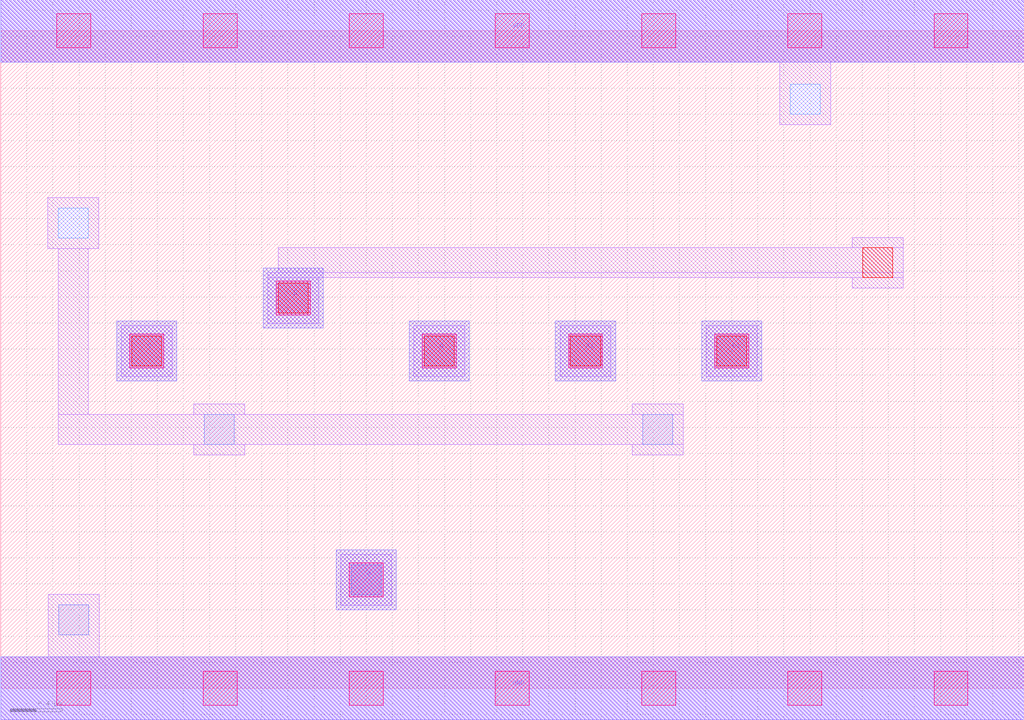
<source format=lef>
MACRO AAOAI221
 CLASS CORE ;
 FOREIGN AAOAI221 0 0 ;
 SIZE 7.84 BY 5.04 ;
 ORIGIN 0 0 ;
 SYMMETRY X Y R90 ;
 SITE unit ;
  PIN VDD
   DIRECTION INOUT ;
   USE POWER ;
   SHAPE ABUTMENT ;
    PORT
     CLASS CORE ;
       LAYER met1 ;
        RECT 0.00000000 4.80000000 7.84000000 5.28000000 ;
       LAYER met2 ;
        RECT 0.00000000 4.80000000 7.84000000 5.28000000 ;
    END
  END VDD

  PIN GND
   DIRECTION INOUT ;
   USE POWER ;
   SHAPE ABUTMENT ;
    PORT
     CLASS CORE ;
       LAYER met1 ;
        RECT 0.00000000 -0.24000000 7.84000000 0.24000000 ;
       LAYER met2 ;
        RECT 0.00000000 -0.24000000 7.84000000 0.24000000 ;
    END
  END GND

  PIN Y
   DIRECTION INOUT ;
   USE SIGNAL ;
   SHAPE ABUTMENT ;
    PORT
     CLASS CORE ;
       LAYER met2 ;
        RECT 2.57000000 0.60200000 3.03000000 1.06200000 ;
    END
  END Y

  PIN A
   DIRECTION INOUT ;
   USE SIGNAL ;
   SHAPE ABUTMENT ;
    PORT
     CLASS CORE ;
       LAYER met2 ;
        RECT 3.13000000 2.35700000 3.59000000 2.81700000 ;
    END
  END A

  PIN A1
   DIRECTION INOUT ;
   USE SIGNAL ;
   SHAPE ABUTMENT ;
    PORT
     CLASS CORE ;
       LAYER met2 ;
        RECT 4.25000000 2.35700000 4.71000000 2.81700000 ;
    END
  END A1

  PIN C
   DIRECTION INOUT ;
   USE SIGNAL ;
   SHAPE ABUTMENT ;
    PORT
     CLASS CORE ;
       LAYER met2 ;
        RECT 0.89000000 2.35700000 1.35000000 2.81700000 ;
    END
  END C

  PIN B1
   DIRECTION INOUT ;
   USE SIGNAL ;
   SHAPE ABUTMENT ;
    PORT
     CLASS CORE ;
       LAYER met2 ;
        RECT 5.37000000 2.35700000 5.83000000 2.81700000 ;
    END
  END B1

  PIN B
   DIRECTION INOUT ;
   USE SIGNAL ;
   SHAPE ABUTMENT ;
    PORT
     CLASS CORE ;
       LAYER met2 ;
        RECT 2.01000000 2.76200000 2.47000000 3.22200000 ;
    END
  END B

 OBS
    LAYER polycont ;
     RECT 1.00500000 2.47200000 1.23500000 2.70200000 ;
     RECT 3.24500000 2.47200000 3.47500000 2.70200000 ;
     RECT 4.36500000 2.47200000 4.59500000 2.70200000 ;
     RECT 5.48500000 2.47200000 5.71500000 2.70200000 ;
     RECT 2.12500000 2.87700000 2.35500000 3.10700000 ;
     RECT 6.60500000 3.14700000 6.83500000 3.37700000 ;

    LAYER pdiffc ;
     RECT 0.44000000 3.45000000 0.67000000 3.68000000 ;
     RECT 6.05000000 4.40000000 6.28000000 4.63000000 ;

    LAYER ndiffc ;
     RECT 0.44500000 0.41000000 0.67500000 0.64000000 ;
     RECT 2.68500000 0.71700000 2.91500000 0.94700000 ;
     RECT 1.56000000 1.87000000 1.79000000 2.10000000 ;
     RECT 4.92000000 1.87000000 5.15000000 2.10000000 ;

    LAYER met1 ;
     RECT 0.00000000 -0.24000000 7.84000000 0.24000000 ;
     RECT 0.36500000 0.24000000 0.75500000 0.72000000 ;
     RECT 2.60500000 0.63700000 2.99500000 1.02700000 ;
     RECT 0.92500000 2.39200000 1.31500000 2.78200000 ;
     RECT 3.16500000 2.39200000 3.55500000 2.78200000 ;
     RECT 4.28500000 2.39200000 4.67500000 2.78200000 ;
     RECT 5.40500000 2.39200000 5.79500000 2.78200000 ;
     RECT 2.04500000 2.79700000 2.43500000 3.14700000 ;
     RECT 6.52500000 3.06700000 6.91500000 3.14700000 ;
     RECT 2.04500000 3.14700000 6.91500000 3.18700000 ;
     RECT 2.12500000 3.18700000 6.91500000 3.37700000 ;
     RECT 6.52500000 3.37700000 6.91500000 3.45700000 ;
     RECT 1.48000000 1.79000000 1.87000000 1.87000000 ;
     RECT 4.84000000 1.79000000 5.23000000 1.87000000 ;
     RECT 0.44000000 1.87000000 5.23000000 2.10000000 ;
     RECT 1.48000000 2.10000000 1.87000000 2.18000000 ;
     RECT 4.84000000 2.10000000 5.23000000 2.18000000 ;
     RECT 0.44000000 2.10000000 0.67000000 3.37000000 ;
     RECT 0.36000000 3.37000000 0.75000000 3.76000000 ;
     RECT 5.97000000 4.32000000 6.36000000 4.80000000 ;
     RECT 0.00000000 4.80000000 7.84000000 5.28000000 ;

    LAYER via1 ;
     RECT 0.43000000 -0.13000000 0.69000000 0.13000000 ;
     RECT 1.55000000 -0.13000000 1.81000000 0.13000000 ;
     RECT 2.67000000 -0.13000000 2.93000000 0.13000000 ;
     RECT 3.79000000 -0.13000000 4.05000000 0.13000000 ;
     RECT 4.91000000 -0.13000000 5.17000000 0.13000000 ;
     RECT 6.03000000 -0.13000000 6.29000000 0.13000000 ;
     RECT 7.15000000 -0.13000000 7.41000000 0.13000000 ;
     RECT 2.67000000 0.70200000 2.93000000 0.96200000 ;
     RECT 0.99000000 2.45700000 1.25000000 2.71700000 ;
     RECT 3.23000000 2.45700000 3.49000000 2.71700000 ;
     RECT 4.35000000 2.45700000 4.61000000 2.71700000 ;
     RECT 5.47000000 2.45700000 5.73000000 2.71700000 ;
     RECT 2.11000000 2.86200000 2.37000000 3.12200000 ;
     RECT 0.43000000 4.91000000 0.69000000 5.17000000 ;
     RECT 1.55000000 4.91000000 1.81000000 5.17000000 ;
     RECT 2.67000000 4.91000000 2.93000000 5.17000000 ;
     RECT 3.79000000 4.91000000 4.05000000 5.17000000 ;
     RECT 4.91000000 4.91000000 5.17000000 5.17000000 ;
     RECT 6.03000000 4.91000000 6.29000000 5.17000000 ;
     RECT 7.15000000 4.91000000 7.41000000 5.17000000 ;

    LAYER met2 ;
     RECT 0.00000000 -0.24000000 7.84000000 0.24000000 ;
     RECT 2.57000000 0.60200000 3.03000000 1.06200000 ;
     RECT 0.89000000 2.35700000 1.35000000 2.81700000 ;
     RECT 3.13000000 2.35700000 3.59000000 2.81700000 ;
     RECT 4.25000000 2.35700000 4.71000000 2.81700000 ;
     RECT 5.37000000 2.35700000 5.83000000 2.81700000 ;
     RECT 2.01000000 2.76200000 2.47000000 3.22200000 ;
     RECT 0.00000000 4.80000000 7.84000000 5.28000000 ;

 END
END AAOAI221

</source>
